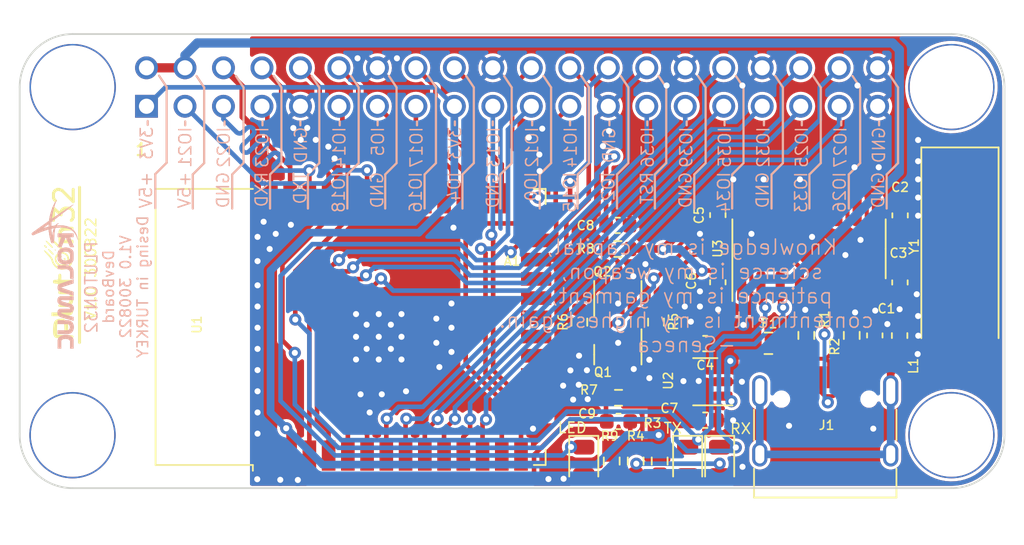
<source format=kicad_pcb>
(kicad_pcb (version 20211014) (generator pcbnew)
  (title_block (title "Pluton32") (date "2022-08-30") (rev "1.0") (company "KOLAMUC") (comment 1 "alperen.kolamu@gmail.com") (comment 2 "Alperen KOLAMUC"))
  (layers (0 "F.Cu" signal) (31 "B.Cu" signal) (34 "B.Paste" user) (35 "F.Paste" user) (36 "B.SilkS" user "B.Silkscreen") (37 "F.SilkS" user "F.Silkscreen") (38 "B.Mask" user) (39 "F.Mask" user) (44 "Edge.Cuts" user))
  (net 0 "")
  (net 1 "SDA")
  (net 2 "SCL")
  (net 3 "RXD")
  (net 4 "TXD")
  (net 5 "HSPI_MOSI")
  (net 6 "HSPI_MISO")
  (net 7 "HSPI_CLK")
  (net 8 "HSPI_CS")
  (net 9 "Net-(C1-Pad1)")
  (net 10 "Net-(C2-Pad1)")
  (net 11 "Net-(C3-Pad1)")
  (net 12 "VBUS")
  (net 13 "GPIO0")
  (net 20 "EN")
  (net 21 "Net-(D1-Pad2)")
  (net 23 "Net-(D2-Pad2)")
  (net 24 "Net-(J1-PadA5)")
  (net 25 "/D+")
  (net 26 "/D-")
  (net 27 "GND")
  (net 30 "Net-(J1-PadB5)")
  (net 31 "Net-(J1-PadS1)")
  (net 32 "Net-(Q1-Pad1)")
  (net 33 "Net-(Q2-Pad1)")
  (net 40 "3V3")
  (net 41 "GPIO23")
  (net 42 "GPIO36")
  (net 43 "GPIO39")
  (net 44 "GPIO34")
  (net 45 "GPIO35")
  (net 46 "GPIO32")
  (net 47 "GPIO33")
  (net 48 "GPIO25")
  (net 49 "GPIO26")
  (net 50 "GPIO27")
  (net 51 "GPIO2")
  (net 52 "GPIO4")
  (net 53 "GPIO16")
  (net 54 "GPIO17")
  (net 55 "GPIO5")
  (net 56 "GPIO18")
  (net 57 "GPIO19")
  (net 58 "Net-(D3-Pad2)")
  (net 59 "Net-(Q1-Pad2)")
  (net 60 "Net-(Q2-Pad2)")
  (footprint "Package_SO:SOIC-16_3.9x9.9mm_P1.27mm" (layer "F.Cu") (at 167.4 96.19 90)
    (fp_text reference "U3")
    (fp_text value "CH340G" hide)
  )
  (footprint "Capacitor_SMD:C_0603_1608Metric" (layer "F.Cu") (at 173.41 93.98 90)
    (fp_text reference "C2")
    (fp_text value "10pF" hide)
  )
  (footprint "Package_TO_SOT_SMD:SOT-23-5" (layer "F.Cu") (at 160.55 104.97 180)
    (fp_text reference "U2")
    (fp_text value "TLV73333PDBV" hide)
  )
  (footprint "Resistor_SMD:R_0603_1608Metric" (layer "F.Cu") (at 154.78 96.200572 180)
    (fp_text reference "R8")
    (fp_text value "10K" hide)
  )
  (footprint "Capacitor_SMD:C_0603_1608Metric" (layer "F.Cu") (at 171.74 101.91 90)
    (fp_text reference "C1")
    (fp_text value "1uF" hide)
  )
  (footprint "Crystal:Crystal_SMD_HC49-SD" (layer "F.Cu") (at 177.36 96.19 -90)
    (fp_text reference "Y1")
    (fp_text value "Crystal" hide)
  )
  (footprint "Package_TO_SOT_SMD:SOT-23" (layer "F.Cu") (at 154.78 103.18 -90)
    (fp_text reference "Q1")
    (fp_text value "MMBT3904" hide)
  )
  (footprint "Capacitor_SMD:C_0603_1608Metric" (layer "F.Cu") (at 160.55 102.45 180)
    (fp_text reference "C4")
    (fp_text value "1uF" hide)
  )
  (footprint "Resistor_SMD:R_0603_1608Metric" (layer "F.Cu") (at 152.24 101.03 90)
    (fp_text reference "R6")
    (fp_text value "10K" hide)
  )
  (footprint "Connector_USB:USB_C_Receptacle_HRO_TYPE-C-31-M-12" (layer "F.Cu") (at 168.47 108.72)
    (fp_text reference "J1")
    (fp_text value "USB_C_Receptacle_USB2.0" hide)
  )
  (footprint "RF_Module:ESP32-WROOM-32" (layer "F.Cu") (at 140.135 101.35 90)
    (fp_text reference "U1")
    (fp_text value "ESP32-WROOM-32D" hide)
  )
  (footprint "Package_TO_SOT_SMD:SOT-23" (layer "F.Cu") (at 154.78 98.96 90)
    (fp_text reference "Q2")
    (fp_text value "MMBT3904" hide)
  )
  (footprint "Resistor_SMD:R_0603_1608Metric" (layer "F.Cu") (at 157.541 110.21 90)
    (fp_text reference "R3")
    (fp_text value "1K" hide)
  )
  (footprint "Resistor_SMD:R_0603_1608Metric" (layer "F.Cu") (at 157.3 101.03 -90)
    (fp_text reference "R5")
    (fp_text value "10K" hide)
  )
  (footprint "Fuse:Fuse_0805_2012Metric" (layer "F.Cu") (at 164.72 102.43 180)
    (fp_text reference "F1")
    (fp_text value "6V/1.5A" hide)
  )
  (footprint "Inductor_SMD:L_0603_1608Metric" (layer "F.Cu") (at 173.38 101.92 90)
    (fp_text reference "L1")
    (fp_text value "220R" hide)
  )
  (footprint "Alperen:RP0-Board" (layer "F.Cu") (at 147.8 97.5)
    (fp_text reference "A1")
    (fp_text value "Raspberry Pi 0 W" hide)
    (fp_line (start -29 14.5) (end 29 14.5) (layer "Edge.Cuts") (width 0.12))
    (fp_line (start -32.5 -12) (end -32.5 10.9) (layer "Edge.Cuts") (width 0.12))
    (fp_line (start 29 -15.5) (end -29 -15.5) (layer "Edge.Cuts") (width 0.12))
    (fp_line (start 32.5 11) (end 32.5 -12) (layer "Edge.Cuts") (width 0.12))
    (fp_arc (start -29 14.5) (mid -31.510478 13.439354) (end -32.5 10.9) (layer "Edge.Cuts") (width 0.12))
    (fp_arc (start 32.5 11) (mid 31.474874 13.474874) (end 29 14.5) (layer "Edge.Cuts") (width 0.12))
    (fp_arc (start -32.5 -12) (mid -31.474874 -14.474874) (end -29 -15.5) (layer "Edge.Cuts") (width 0.12))
    (fp_arc (start 29 -15.5) (mid 31.474874 -14.474874) (end 32.5 -12) (layer "Edge.Cuts") (width 0.12))
  )
  (footprint "Capacitor_SMD:C_0603_1608Metric" (layer "F.Cu") (at 173.4 98.41 -90)
    (fp_text reference "C3")
    (fp_text value "10pF" hide)
  )
  (footprint "Resistor_SMD:R_0603_1608Metric" (layer "F.Cu") (at 155.959 110.21 90)
    (fp_text reference "R4")
    (fp_text value "1K" hide)
  )
  (footprint "Capacitor_SMD:C_0603_1608Metric" (layer "F.Cu") (at 160.55 107.51)
    (fp_text reference "C7")
    (fp_text value "1uF" hide)
  )
  (footprint "Resistor_SMD:R_0603_1608Metric" (layer "F.Cu") (at 170.22 101.91 -90)
    (fp_text reference "R2")
    (fp_text value "5.1K" hide)
  )
  (footprint "LED_SMD:LED_0805_2012Metric" (layer "F.Cu") (at 159.388 110.23 -90)
    (fp_text reference "D1" hide)
    (fp_text value "LED" hide)
  )
  (footprint "Capacitor_SMD:C_0603_1608Metric" (layer "F.Cu") (at 154.78 94.64)
    (fp_text reference "C8")
    (fp_text value "0.1uF" hide)
  )
  (footprint "LED_SMD:LED_0805_2012Metric" (layer "F.Cu") (at 161.5 110.23 -90)
    (fp_text reference "D2" hide)
    (fp_text value "LED" hide)
  )
  (footprint "Capacitor_SMD:C_0603_1608Metric" (layer "F.Cu") (at 154.825 107.590572 180)
    (fp_text reference "C9")
    (fp_text value "0.1uF" hide)
  )
  (footprint "Capacitor_SMD:C_0603_1608Metric" (layer "F.Cu") (at 161.38 98.4 90)
    (fp_text reference "C6")
    (fp_text value "1uF" hide)
  )
  (footprint "LED_SMD:LED_0805_2012Metric" (layer "F.Cu") (at 152.53 110.23 -90)
    (fp_text reference "D3" hide)
    (fp_text value "LED" hide)
  )
  (footprint "Resistor_SMD:R_0603_1608Metric" (layer "F.Cu") (at 167.22 101.91 -90)
    (fp_text reference "R1")
    (fp_text value "5.1K" hide)
  )
  (footprint "Alperen:pluton_logo" (layer "F.Cu") (at 118.25 98.375 90)
    (fp_text reference "G***" hide)
    (fp_text value "LOGO" hide)
  )
  (footprint "Resistor_SMD:R_0603_1608Metric" (layer "F.Cu") (at 154.825 106.03)
    (fp_text reference "R7")
    (fp_text value "10K" hide)
  )
  (footprint "Resistor_SMD:R_0603_1608Metric" (layer "F.Cu") (at 154.377 110.21 90)
    (fp_text reference "R9")
    (fp_text value "1K" hide)
  )
  (footprint "Capacitor_SMD:C_0603_1608Metric" (layer "F.Cu") (at 161.38 93.96 -90)
    (fp_text reference "C5")
    (fp_text value "10nF" hide)
  )
  (footprint "Alperen:KOLAMUC_LOGO" (layer "B.Cu") (at 119.25625 92.86625 -90)
    (fp_text reference "REF**" hide)
    (fp_text value "KOLAMUC_LOGO" hide)
  )
  (gr_line (start 169.525 87.775) (end 169.525 88.025) (layer "B.SilkS") (width 0.15))
  (gr_line (start 130.075 85.525) (end 130.075 90.525) (layer "B.SilkS") (width 0.15))
  (gr_line (start 142.775 85.525) (end 142.775 90.525) (layer "B.SilkS") (width 0.15))
  (gr_line (start 132.075 84.775) (end 132.575 85.525) (layer "B.SilkS") (width 0.15))
  (gr_line (start 127.475 85.525) (end 127.475 90.525) (layer "B.SilkS") (width 0.15))
  (gr_line (start 154.725 91.275) (end 154.725 93.525) (layer "B.SilkS") (width 0.15))
  (gr_line (start 155.475 85.525) (end 155.475 90.525) (layer "B.SilkS") (width 0.15))
  (gr_line (start 123.75 87.75) (end 123.75 88) (layer "B.SilkS") (width 0.15))
  (gr_line (start 157.975 85.525) (end 157.975 90.525) (layer "B.SilkS") (width 0.15))
  (gr_line (start 140.175 90.525) (end 139.425 91.275) (layer "B.SilkS") (width 0.15))
  (gr_line (start 163.075 90.525) (end 162.325 91.275) (layer "B.SilkS") (width 0.15))
  (gr_line (start 144.775 84.775) (end 145.275 85.525) (layer "B.SilkS") (width 0.15))
  (gr_line (start 132.575 85.525) (end 132.575 90.525) (layer "B.SilkS") (width 0.15))
  (gr_line (start 152.375 84.775) (end 152.875 85.525) (layer "B.SilkS") (width 0.15))
  (gr_line (start 168.175 90.525) (end 167.425 91.275) (layer "B.SilkS") (width 0.15))
  (gr_line (start 149.625 91.275) (end 149.625 93.525) (layer "B.SilkS") (width 0.15))
  (gr_line (start 136.425 87.775) (end 136.425 88.025) (layer "B.SilkS") (width 0.15))
  (gr_line (start 149.875 84.775) (end 150.375 85.525) (layer "B.SilkS") (width 0.15))
  (gr_line (start 170.275 84.775) (end 170.775 85.525) (layer "B.SilkS") (width 0.15))
  (gr_line (start 162.575 84.775) (end 163.075 85.525) (layer "B.SilkS") (width 0.15))
  (gr_line (start 150.375 90.525) (end 149.625 91.275) (layer "B.SilkS") (width 0.15))
  (gr_line (start 172.525 91.275) (end 172.525 93.525) (layer "B.SilkS") (width 0.15))
  (gr_line (start 135.075 85.525) (end 135.075 90.525) (layer "B.SilkS") (width 0.15))
  (gr_line (start 160.075 84.775) (end 160.575 85.525) (layer "B.SilkS") (width 0.15))
  (gr_line (start 139.675 84.775) (end 140.175 85.525) (layer "B.SilkS") (width 0.15))
  (gr_line (start 126.725 91.275) (end 126.725 93.525) (layer "B.SilkS") (width 0.15))
  (gr_line (start 159.825 91.275) (end 159.825 93.525) (layer "B.SilkS") (width 0.15))
  (gr_line (start 132.575 90.525) (end 131.825 91.275) (layer "B.SilkS") (width 0.15))
  (gr_line (start 128.825 87.775) (end 128.825 88.025) (layer "B.SilkS") (width 0.15))
  (gr_line (start 164.425 87.775) (end 164.425 88.025) (layer "B.SilkS") (width 0.15))
  (gr_line (start 125 85.5) (end 125 90.5) (layer "B.SilkS") (width 0.15))
  (gr_line (start 147.025 91.275) (end 147.025 93.525) (layer "B.SilkS") (width 0.15))
  (gr_line (start 170.775 85.525) (end 170.775 90.525) (layer "B.SilkS") (width 0.15))
  (gr_line (start 127.475 90.525) (end 126.725 91.275) (layer "B.SilkS") (width 0.15))
  (gr_line (start 137.675 90.525) (end 136.925 91.275) (layer "B.SilkS") (width 0.15))
  (gr_line (start 156.725 87.775) (end 156.725 88.025) (layer "B.SilkS") (width 0.15))
  (gr_line (start 126.975 84.775) (end 127.475 85.525) (layer "B.SilkS") (width 0.15))
  (gr_line (start 142.275 84.775) (end 142.775 85.525) (layer "B.SilkS") (width 0.15))
  (gr_line (start 170.025 91.275) (end 170.025 93.525) (layer "B.SilkS") (width 0.15))
  (gr_line (start 151.625 87.775) (end 151.625 88.025) (layer "B.SilkS") (width 0.15))
  (gr_line (start 163.075 85.525) (end 163.075 90.525) (layer "B.SilkS") (width 0.15))
  (gr_line (start 147.775 85.525) (end 147.775 90.525) (layer "B.SilkS") (width 0.15))
  (gr_line (start 161.825 87.775) (end 161.825 88.025) (layer "B.SilkS") (width 0.15))
  (gr_line (start 154.975 84.775) (end 155.475 85.525) (layer "B.SilkS") (width 0.15))
  (gr_line (start 168.175 85.525) (end 168.175 90.525) (layer "B.SilkS") (width 0.15))
  (gr_line (start 160.575 85.525) (end 160.575 90.525) (layer "B.SilkS") (width 0.15))
  (gr_line (start 142.775 90.525) (end 142.025 91.275) (layer "B.SilkS") (width 0.15))
  (gr_line (start 144.525 91.275) (end 144.525 93.525) (layer "B.SilkS") (width 0.15))
  (gr_line (start 162.325 91.275) (end 162.325 93.525) (layer "B.SilkS") (width 0.15))
  (gr_line (start 138.925 87.775) (end 138.925 88.025) (layer "B.SilkS") (width 0.15))
  (gr_line (start 152.125 91.275) (end 152.125 93.525) (layer "B.SilkS") (width 0.15))
  (gr_line (start 126.225 87.775) (end 126.225 88.025) (layer "B.SilkS") (width 0.15))
  (gr_line (start 130.075 90.525) (end 129.325 91.275) (layer "B.SilkS") (width 0.15))
  (gr_line (start 154.225 87.775) (end 154.225 88.025) (layer "B.SilkS") (width 0.15))
  (gr_line (start 165.175 84.775) (end 165.675 85.525) (layer "B.SilkS") (width 0.15))
  (gr_line (start 134.325 91.275) (end 134.325 93.525) (layer "B.SilkS") (width 0.15))
  (gr_line (start 149.125 87.775) (end 149.125 88.025) (layer "B.SilkS") (width 0.15))
  (gr_line (start 129.325 91.275) (end 129.325 93.525) (layer "B.SilkS") (width 0.15))
  (gr_line (start 166.925 87.775) (end 166.925 88.025) (layer "B.SilkS") (width 0.15))
  (gr_line (start 131.825 91.275) (end 131.825 93.525) (layer "B.SilkS") (width 0.15))
  (gr_line (start 164.925 91.275) (end 164.925 93.525) (layer "B.SilkS") (width 0.15))
  (gr_line (start 147.775 90.525) (end 147.025 91.275) (layer "B.SilkS") (width 0.15))
  (gr_line (start 141.525 87.775) (end 141.525 88.025) (layer "B.SilkS") (width 0.15))
  (gr_line (start 173.275 90.525) (end 172.525 91.275) (layer "B.SilkS") (width 0.15))
  (gr_line (start 160.575 90.525) (end 159.825 91.275) (layer "B.SilkS") (width 0.15))
  (gr_line (start 157.225 91.275) (end 157.225 93.525) (layer "B.SilkS") (width 0.15))
  (gr_line (start 133.825 87.775) (end 133.825 88.025) (layer "B.SilkS") (width 0.15))
  (gr_line (start 157.975 90.525) (end 157.225 91.275) (layer "B.SilkS") (width 0.15))
  (gr_line (start 147.275 84.775) (end 147.775 85.525) (layer "B.SilkS") (width 0.15))
  (gr_line (start 170.775 90.525) (end 170.025 91.275) (layer "B.SilkS") (width 0.15))
  (gr_line (start 167.425 91.275) (end 167.425 93.525) (layer "B.SilkS") (width 0.15))
  (gr_line (start 145.275 85.525) (end 145.275 90.525) (layer "B.SilkS") (width 0.15))
  (gr_line (start 145.275 90.525) (end 144.525 91.275) (layer "B.SilkS") (width 0.15))
  (gr_line (start 172.775 84.775) (end 173.275 85.525) (layer "B.SilkS") (width 0.15))
  (gr_line (start 165.675 90.525) (end 164.925 91.275) (layer "B.SilkS") (width 0.15))
  (gr_line (start 155.475 90.525) (end 154.725 91.275) (layer "B.SilkS") (width 0.15))
  (gr_line (start 150.375 85.525) (end 150.375 90.525) (layer "B.SilkS") (width 0.15))
  (gr_line (start 137.675 85.525) (end 137.675 90.525) (layer "B.SilkS") (width 0.15))
  (gr_line (start 137.175 84.775) (end 137.675 85.525) (layer "B.SilkS") (width 0.15))
  (gr_line (start 167.675 84.775) (end 168.175 85.525) (layer "B.SilkS") (width 0.15))
  (gr_line (start 146.525 87.775) (end 146.525 88.025) (layer "B.SilkS") (width 0.15))
  (gr_line (start 124.25 91.25) (end 124.25 93.5) (layer "B.SilkS") (width 0.15))
  (gr_line (start 172.025 87.775) (end 172.025 88.025) (layer "B.SilkS") (width 0.15))
  (gr_line (start 152.875 85.525) (end 152.875 90.525) (layer "B.SilkS") (width 0.15))
  (gr_line (start 125 90.5) (end 124.25 91.25) (layer "B.SilkS") (width 0.15))
  (gr_line (start 135.075 90.525) (end 134.325 91.275) (layer "B.SilkS") (width 0.15))
  (gr_line (start 159.325 87.775) (end 159.325 88.025) (layer "B.SilkS") (width 0.15))
  (gr_line (start 157.475 84.775) (end 157.975 85.525) (layer "B.SilkS") (width 0.15))
  (gr_line (start 173.275 85.525) (end 173.275 90.525) (layer "B.SilkS") (width 0.15))
  (gr_line (start 165.675 85.525) (end 165.675 90.525) (layer "B.SilkS") (width 0.15))
  (gr_line (start 139.425 91.275) (end 139.425 93.525) (layer "B.SilkS") (width 0.15))
  (gr_line (start 140.175 85.525) (end 140.175 90.525) (layer "B.SilkS") (width 0.15))
  (gr_line (start 142.025 91.275) (end 142.025 93.525) (layer "B.SilkS") (width 0.15))
  (gr_line (start 144.025 87.775) (end 144.025 88.025) (layer "B.SilkS") (width 0.15))
  (gr_line (start 131.325 87.775) (end 131.325 88.025) (layer "B.SilkS") (width 0.15))
  (gr_line (start 129.575 84.775) (end 130.075 85.525) (layer "B.SilkS") (width 0.15))
  (gr_line (start 134.575 84.775) (end 135.075 85.525) (layer "B.SilkS") (width 0.15))
  (gr_line (start 124.5 84.75) (end 125 85.5) (layer "B.SilkS") (width 0.15))
  (gr_line (start 136.925 91.275) (end 136.925 93.525) (layer "B.SilkS") (width 0.15))
  (gr_line (start 152.875 90.525) (end 152.125 91.275) (layer "B.SilkS") (width 0.15))
  (gr_line (start 119.25 102.375) (end 119.25 92.125) (layer "F.SilkS") (width 0.2))
  (gr_text "3V3\n\nIO21\n\nIO22\n\nIO23\n\nGND\n\nIO14\n\nIO5\n\nIO17\n\n3V3\n\nIO13\n\nIO12\n\nIO14\n\nGND\n\nIO36\n\nIO39\n\nIO35\n\nIO32\n\nIO25\n\nIO27\n\nGND" (at 147.85 88.06 90) (layer "B.SilkS") (effects (font (size 0.79 0.79) (thickness 0.1)) (justify left mirror)))
  (gr_text "DevBoard\nV1.0 300822\nDesing in TURKEY" (at 122.29625 98.69625 90) (layer "B.SilkS") (effects (font (size 0.7 0.7) (thickness 0.1)) (justify mirror)))
  (gr_text "Knowledge is my capital, \nscience is my weapon, \npatience is my garment, \ncontentment is my highest gain.\n-Seneca" (at 159.3 99.3) (layer "B.SilkS") (effects (font (size 1 1) (thickness 0.1)) (justify mirror)))
  (gr_text "PLUTON32 " (at 120.02625 99.03625 90) (layer "B.SilkS") (effects (font (size 0.8 0.8) (thickness 0.1)) (justify mirror)))
  (gr_text "+5V\n\n+5V\n\nGND\n\nRXD\n\nTXD\n\nIO18\n\nGND\n\nIO16\n\nIO4\n\nGND\n\nIO0\n\nIO15\n\nIO2\n\nRST\n\nGND\n\nIO34\n\nGND\n\nIO33\n\nIO26\n\nGND\n" (at 147.8 91.04 90) (layer "B.SilkS") (effects (font (size 0.79 0.79) (thickness 0.1)) (justify left mirror)))
  (gr_text "RX" (at 162.88 108.07) (layer "F.SilkS") (effects (font (size 0.7 0.7) (thickness 0.1))))
  (gr_text "LED" (at 151.77 108.01) (layer "F.SilkS") (effects (font (size 0.7 0.7) (thickness 0.1))))
  (gr_text "TX" (at 158.41 108.04) (layer "F.SilkS") (effects (font (size 0.7 0.7) (thickness 0.1))))
  (gr_text "32" (at 118.24 93.255 90) (layer "F.SilkS") (effects (font (size 1.3 1.3) (thickness 0.2))))
  (gr_text "V1.0 300822" (at 120 97.5 90) (layer "F.SilkS") (effects (font (size 0.7 0.7) (thickness 0.1))))
  (segment (start 138.23 92.85) (end 138.23 91) (width 0.3048) (layer "F.Cu") (net 1))
  (via (at 138.23 91) (size 0.8) (drill 0.4) (layers "F.Cu" "B.Cu") (net 1))
  (segment (start 131.31 91.87) (end 126.21 86.77) (width 0.3048) (layer "B.Cu") (net 1))
  (segment (start 138.23 91) (end 136.28 91) (width 0.3048) (layer "B.Cu") (net 1))
  (segment (start 135.41 91.87) (end 131.31 91.87) (width 0.3048) (layer "B.Cu") (net 1))
  (segment (start 136.28 91) (end 135.41 91.87) (width 0.3048) (layer "B.Cu") (net 1))
  (segment (start 134.42 92.85) (end 134.42 91.01) (width 0.3048) (layer "F.Cu") (net 2))
  (segment (start 134.42 91.01) (end 134.41 91) (width 0.3048) (layer "F.Cu") (net 2))
  (via (at 134.41 91) (size 0.8) (drill 0.4) (layers "F.Cu" "B.Cu") (net 2))
  (segment (start 134.41 91) (end 134.39 91.02) (width 0.3048) (layer "B.Cu") (net 2))
  (segment (start 129.604404 88.474405) (end 128.75 87.62) (width 0.3048) (layer "B.Cu") (net 2))
  (segment (start 130.885745 90.592887) (end 130.880051 90.587193) (width 0.3048) (layer "B.Cu") (net 2))
  (segment (start 130.88005 90.168621) (end 131.089335 89.959335) (width 0.3048) (layer "B.Cu") (net 2))
  (segment (start 130.270463 88.23261) (end 130.270463 88.232611) (width 0.3048) (layer "B.Cu") (net 2))
  (segment (start 132.15 90.595735) (end 132.391794 90.35394) (width 0.3048) (layer "B.Cu") (net 2))
  (segment (start 131.967529 89.929675) (end 131.967529 89.929676) (width 0.3048) (layer "B.Cu") (net 2))
  (segment (start 130.665069 89.535069) (end 130.455782 89.744353) (width 0.3048) (layer "B.Cu") (net 2))
  (segment (start 130.240802 89.110802) (end 130.694728 88.656875) (width 0.3048) (layer "B.Cu") (net 2))
  (segment (start 130.880051 90.168623) (end 130.88005 90.168621) (width 0.3048) (layer "B.Cu") (net 2))
  (segment (start 130.037211 89.744354) (end 130.037212 89.744354) (width 0.3048) (layer "B.Cu") (net 2))
  (segment (start 130.037212 89.744354) (end 130.031518 89.73866) (width 0.3048) (layer "B.Cu") (net 2))
  (segment (start 131.089335 89.959335) (end 131.543261 89.505408) (width 0.3048) (layer "B.Cu") (net 2))
  (segment (start 131.118996 89.081143) (end 131.118996 89.081144) (width 0.3048) (layer "B.Cu") (net 2))
  (segment (start 128.75 87.62) (end 128.75 86.77) (width 0.3048) (layer "B.Cu") (net 2))
  (segment (start 130.031518 89.32009) (end 130.031517 89.320088) (width 0.3048) (layer "B.Cu") (net 2))
  (segment (start 131.967529 89.929676) (end 131.304315 90.592886) (width 0.3048) (layer "B.Cu") (net 2))
  (segment (start 134.39 91.02) (end 132.15 91.02) (width 0.3048) (layer "B.Cu") (net 2))
  (segment (start 130.270463 88.232611) (end 130.028668 88.474405) (width 0.3048) (layer "B.Cu") (net 2))
  (segment (start 132.149999 90.595735) (end 132.15 90.595735) (width 0.3048) (layer "B.Cu") (net 2))
  (segment (start 131.118996 89.081144) (end 130.665069 89.535069) (width 0.3048) (layer "B.Cu") (net 2))
  (segment (start 130.885744 90.592887) (end 130.885745 90.592887) (width 0.3048) (layer "B.Cu") (net 2))
  (segment (start 130.031517 89.320088) (end 130.240802 89.110802) (width 0.3048) (layer "B.Cu") (net 2))
  (arc (start 131.304315 90.592886) (mid 131.09503 90.679575) (end 130.885744 90.592887) (width 0.3048) (layer "B.Cu") (net 2))
  (arc (start 132.391794 89.929676) (mid 132.179662 89.841807) (end 131.967529 89.929675) (width 0.3048) (layer "B.Cu") (net 2))
  (arc (start 132.15 91.02) (mid 132.062131 90.807868) (end 132.149999 90.595735) (width 0.3048) (layer "B.Cu") (net 2))
  (arc (start 130.694728 88.656875) (mid 130.782596 88.444743) (end 130.694728 88.232611) (width 0.3048) (layer "B.Cu") (net 2))
  (arc (start 130.028668 88.474405) (mid 129.816536 88.562273) (end 129.604404 88.474405) (width 0.3048) (layer "B.Cu") (net 2))
  (arc (start 130.455782 89.744353) (mid 130.246497 89.831042) (end 130.037211 89.744354) (width 0.3048) (layer "B.Cu") (net 2))
  (arc (start 131.543261 89.505408) (mid 131.631129 89.293276) (end 131.543261 89.081144) (width 0.3048) (layer "B.Cu") (net 2))
  (arc (start 130.880051 90.587193) (mid 130.793362 90.377908) (end 130.880051 90.168623) (width 0.3048) (layer "B.Cu") (net 2))
  (arc (start 132.391794 90.35394) (mid 132.479662 90.141808) (end 132.391794 89.929676) (width 0.3048) (layer "B.Cu") (net 2))
  (arc (start 130.694728 88.232611) (mid 130.482596 88.144742) (end 130.270463 88.23261) (width 0.3048) (layer "B.Cu") (net 2))
  (arc (start 130.031518 89.73866) (mid 129.944829 89.529375) (end 130.031518 89.32009) (width 0.3048) (layer "B.Cu") (net 2))
  (arc (start 131.543261 89.081144) (mid 131.331129 88.993275) (end 131.118996 89.081143) (width 0.3048) (layer "B.Cu") (net 2))
  (segment (start 135.69 91.216636) (end 134.273364 89.8) (width 0.3048) (layer "F.Cu") (net 3))
  (segment (start 162.57 109.31) (end 161.5175 109.31) (width 0.3048) (layer "F.Cu") (net 3))
  (segment (start 135.69 92.85) (end 135.69 94.16) (width 0.3048) (layer "F.Cu") (net 3))
  (segment (start 132.56 88.96) (end 132.56 85.5) (width 0.3048) (layer "F.Cu") (net 3))
  (segment (start 165.495 99.875) (end 165.69 100.07) (width 0.3048) (layer "F.Cu") (net 3))
  (segment (start 135.69 92.85) (end 135.69 91.216636) (width 0.3048) (layer "F.Cu") (net 3))
  (segment (start 132.56 85.5) (end 131.29 84.23) (width 0.3048) (layer "F.Cu") (net 3))
  (segment (start 133.4 89.8) (end 132.56 88.96) (width 0.3048) (layer "F.Cu") (net 3))
  (segment (start 165.495 98.665) (end 165.495 99.875) (width 0.3048) (layer "F.Cu") (net 3))
  (segment (start 134.273364 89.8) (end 133.4 89.8) (width 0.3048) (layer "F.Cu") (net 3))
  (segment (start 132.64 102.24) (end 133.46 103.06) (width 0.3048) (layer "F.Cu") (net 3))
  (segment (start 135.69 94.16) (end 132.64 97.21) (width 0.3048) (layer "F.Cu") (net 3))
  (segment (start 132.64 97.21) (end 132.64 102.24) (width 0.3048) (layer "F.Cu") (net 3))
  (segment (start 161.5175 109.31) (end 161.5 109.2925) (width 0.3048) (layer "F.Cu") (net 3))
  (via (at 162.57 109.31) (size 0.8) (drill 0.4) (layers "F.Cu" "B.Cu") (net 3))
  (via (at 165.69 100.07) (size 0.8) (drill 0.4) (layers "F.Cu" "B.Cu") (net 3))
  (via (at 133.46 103.06) (size 0.8) (drill 0.4) (layers "F.Cu" "B.Cu") (net 3))
  (segment (start 157.82 107.45) (end 158.64 108.27) (width 0.3048) (layer "B.Cu") (net 3))
  (segment (start 161.45 103.03) (end 161.45 108.19) (width 0.3048) (layer "B.Cu") (net 3))
  (segment (start 133.46 106.466784) (end 136.327536 109.33432) (width 0.3048) (layer "B.Cu") (net 3))
  (segment (start 136.327536 109.33432) (end 149.74568 109.33432) (width 0.3048) (layer "B.Cu") (net 3))
  (segment (start 159.341911 109.541911) (end 162.338089 109.541911) (width 0.3048) (layer "B.Cu") (net 3))
  (segment (start 149.74568 109.33432) (end 151.63 107.45) (width 0.3048) (layer "B.Cu") (net 3))
  (segment (start 162.338089 109.541911) (end 162.57 109.31) (width 0.3048) (layer "B.Cu") (net 3))
  (segment (start 158.64 108.27) (end 158.64 108.84) (width 0.3048) (layer "B.Cu") (net 3))
  (segment (start 158.64 108.84) (end 159.341911 109.541911) (width 0.3048) (layer "B.Cu") (net 3))
  (segment (start 165.69 100.6) (end 163.81 102.48) (width 0.3048) (layer "B.Cu") (net 3))
  (segment (start 161.45 108.19) (end 162.57 109.31) (width 0.3048) (layer "B.Cu") (net 3))
  (segment (start 165.69 100.07) (end 165.69 100.6) (width 0.3048) (layer "B.Cu") (net 3))
  (segment (start 151.63 107.45) (end 157.82 107.45) (width 0.3048) (layer "B.Cu") (net 3))
  (segment (start 133.46 103.06) (end 133.46 106.466784) (width 0.3048) (layer "B.Cu") (net 3))
  (segment (start 163.81 102.48) (end 162 102.48) (width 0.3048) (layer "B.Cu") (net 3))
  (segment (start 162 102.48) (end 161.45 103.03) (width 0.3048) (layer "B.Cu") (net 3))
  (segment (start 136.62 94.54) (end 133.49 97.67) (width 0.3048) (layer "F.Cu") (net 4))
  (segment (start 136.96 89.23) (end 136.96 92.85) (width 0.3048) (layer "F.Cu") (net 4))
  (segment (start 135.1 85.5) (end 135.1 87.37) (width 0.3048) (layer "F.Cu") (net 4))
  (segment (start 159.8905 108.79) (end 159.388 109.2925) (width 0.3048) (layer "F.Cu") (net 4))
  (segment (start 133.83 84.23) (end 135.1 85.5) (width 0.3048) (layer "F.Cu") (net 4))
  (segment (start 135.1 87.37) (end 136.96 89.23) (width 0.3048) (layer "F.Cu") (net 4))
  (segment (start 136.96 92.85) (end 136.96 94.2) (width 0.3048) (layer "F.Cu") (net 4))
  (segment (start 136.96 94.2) (end 136.62 94.54) (width 0.3048) (layer "F.Cu") (net 4))
  (segment (start 164.225 98.665) (end 164.225 99.785) (width 0.3048) (layer "F.Cu") (net 4))
  (segment (start 133.49 97.67) (end 133.49 100.86) (width 0.3048) (layer "F.Cu") (net 4))
  (segment (start 164.225 99.785) (end 164.51 100.07) (width 0.3048) (layer "F.Cu") (net 4))
  (segment (start 160.09 108.79) (end 159.8905 108.79) (width 0.3048) (layer "F.Cu") (net 4))
  (via (at 133.49 100.86) (size 0.8) (drill 0.4) (layers "F.Cu" "B.Cu") (net 4))
  (via (at 160.09 108.79) (size 0.8) (drill 0.4) (layers "F.Cu" "B.Cu") (net 4))
  (via (at 164.51 100.07) (size 0.8) (drill 0.4) (layers "F.Cu" "B.Cu") (net 4))
  (segment (start 151.421104 106.94568) (end 158.24568 106.94568) (width 0.3048) (layer "B.Cu") (net 4))
  (segment (start 149.536784 108.83) (end 151.421104 106.94568) (width 0.3048) (layer "B.Cu") (net 4))
  (segment (start 134.42 106.713568) (end 136.536432 108.83) (width 0.3048) (layer "B.Cu") (net 4))
  (segment (start 160.94568 102.821104) (end 160.94568 104.33) (width 0.3048) (layer "B.Cu") (net 4))
  (segment (start 164.51 100.07) (end 164.51 101.066784) (width 0.3048) (layer "B.Cu") (net 4))
  (segment (start 163.608392 101.968392) (end 161.798392 101.968392) (width 0.3048) (layer "B.Cu") (net 4))
  (segment (start 133.49 100.86) (end 134.42 101.79) (width 0.3048) (layer "B.Cu") (net 4))
  (segment (start 164.51 101.066784) (end 163.608392 101.968392) (width 0.3048) (layer "B.Cu") (net 4))
  (segment (start 160.94568 104.33) (end 160.94568 107.93432) (width 0.3048) (layer "B.Cu") (net 4))
  (segment (start 136.536432 108.83) (end 149.536784 108.83) (width 0.3048) (layer "B.Cu") (net 4))
  (segment (start 161.798392 101.968392) (end 160.94568 102.821104) (width 0.3048) (layer "B.Cu") (net 4))
  (segment (start 160.94568 107.93432) (end 160.09 108.79) (width 0.3048) (layer "B.Cu") (net 4))
  (segment (start 158.24568 106.94568) (end 160.09 108.79) (width 0.3048) (layer "B.Cu") (net 4))
  (segment (start 134.42 101.79) (end 134.42 106.713568) (width 0.3048) (layer "B.Cu") (net 4))
  (segment (start 146.55 104.22) (end 148.125 105.795) (width 0.3048) (layer "F.Cu") (net 5))
  (segment (start 148.125 105.795) (end 149.39 105.795) (width 0.3048) (layer "F.Cu") (net 5))
  (segment (start 146.55 95.380048) (end 146.55 104.22) (width 0.3048) (layer "F.Cu") (net 5))
  (segment (start 146.431852 95.2619) (end 146.55 95.380048) (width 0.3048) (layer "F.Cu") (net 5))
  (via (at 146.431852 95.2619) (size 0.8) (drill 0.4) (layers "F.Cu" "B.Cu") (net 5))
  (segment (start 146.431852 95.2619) (end 146.53 95.163752) (width 0.3048) (layer "B.Cu") (net 5))
  (segment (start 146.53 95.163752) (end 146.53 86.77) (width 0.3048) (layer "B.Cu") (net 5))
  (segment (start 146.04568 96.47568) (end 146.04568 104.428896) (width 0.3048) (layer "F.Cu") (net 6))
  (segment (start 147.36 107.069411) (end 148.39 108.099411) (width 0.3048) (layer "F.Cu") (net 6))
  (segment (start 145.75 96.18) (end 146.04568 96.47568) (width 0.3048) (layer "F.Cu") (net 6))
  (segment (start 147.36 105.743216) (end 147.36 107.069411) (width 0.3048) (layer "F.Cu") (net 6))
  (segment (start 148.39 108.099411) (end 148.39 109.85) (width 0.3048) (layer "F.Cu") (net 6))
  (segment (start 146.04568 104.428896) (end 147.36 105.743216) (width 0.3048) (layer "F.Cu") (net 6))
  (via (at 145.75 96.18) (size 0.8) (drill 0.4) (layers "F.Cu" "B.Cu") (net 6))
  (segment (start 145.75 96.18) (end 146.577116 96.18) (width 0.3048) (layer "B.Cu") (net 6))
  (segment (start 147.53 88.31) (end 149.07 86.77) (width 0.3048) (layer "B.Cu") (net 6))
  (segment (start 147.53 95.227116) (end 147.53 88.31) (width 0.3048) (layer "B.Cu") (net 6))
  (segment (start 146.577116 96.18) (end 147.53 95.227116) (width 0.3048) (layer "B.Cu") (net 6))
  (segment (start 150.68 93.55) (end 150.68 87.7) (width 0.3048) (layer "F.Cu") (net 7))
  (segment (start 144.738089 103.834521) (end 144.738089 95.561911) (width 0.3048) (layer "F.Cu") (net 7))
  (segment (start 145.79 94.51) (end 149.72 94.51) (width 0.3048) (layer "F.Cu") (net 7))
  (segment (start 147.12 109.85) (end 147.12 107.662038) (width 0.3048) (layer "F.Cu") (net 7))
  (segment (start 146.85568 107.397718) (end 146.85568 105.952112) (width 0.3048) (layer "F.Cu") (net 7))
  (segment (start 150.68 87.7) (end 151.61 86.77) (width 0.3048) (layer "F.Cu") (net 7))
  (segment (start 147.12 107.662038) (end 146.85568 107.397718) (width 0.3048) (layer "F.Cu") (net 7))
  (segment (start 144.738089 95.561911) (end 145.79 94.51) (width 0.3048) (layer "F.Cu") (net 7))
  (segment (start 149.72 94.51) (end 150.68 93.55) (width 0.3048) (layer "F.Cu") (net 7))
  (segment (start 146.85568 105.952112) (end 144.738089 103.834521) (width 0.3048) (layer "F.Cu") (net 7))
  (segment (start 151.38 96.15) (end 151.38 94.38) (width 0.3048) (layer "F.Cu") (net 8))
  (segment (start 152.86 92.9) (end 152.86 85.48) (width 0.3048) (layer "F.Cu") (net 8))
  (segment (start 152.86 85.48) (end 151.61 84.23) (width 0.3048) (layer "F.Cu") (net 8))
  (segment (start 149.39 96.905) (end 150.625 96.905) (width 0.3048) (layer "F.Cu") (net 8))
  (segment (start 151.38 94.38) (end 152.86 92.9) (width 0.3048) (layer "F.Cu") (net 8))
  (segment (start 150.625 96.905) (end 151.38 96.15) (width 0.3048) (layer "F.Cu") (net 8))
  (segment (start 166.02 103.5) (end 165.6575 103.1375) (width 0.508) (layer "F.Cu") (net 9))
  (segment (start 170.92 104.675) (end 170.92 105.46) (width 0.4064) (layer "F.Cu") (net 9))
  (segment (start 167.919865 107.36) (end 168.28 107.36) (width 0.4064) (layer "F.Cu") (net 9))
  (segment (start 171.74 102.76) (end 171.74 102.685) (width 0.508) (layer "F.Cu") (net 9))
  (segment (start 166.02 103.5) (end 166.02 104.675) (width 0.508) (layer "F.Cu") (net 9))
  (segment (start 170.92 103.58) (end 171.74 102.76) (width 0.508) (layer "F.Cu") (net 9))
  (segment (start 166.02 105.460135) (end 167.919865 107.36) (width 0.4064) (layer "F.Cu") (net 9))
  (segment (start 165.6575 103.1375) (end 165.6575 102.43) (width 0.508) (layer "F.Cu") (net 9))
  (segment (start 170.92 103.58) (end 170.92 104.675) (width 0.508) (layer "F.Cu") (net 9))
  (segment (start 169.02 107.36) (end 168.28 107.36) (width 0.4064) (layer "F.Cu") (net 9))
  (segment (start 166.02 104.675) (end 166.02 105.460135) (width 0.4064) (layer "F.Cu") (net 9))
  (segment (start 170.92 105.46) (end 169.02 107.36) (width 0.4064) (layer "F.Cu") (net 9))
  (segment (start 170.575 98.665) (end 170.575 97.555) (width 0.3048) (layer "F.Cu") (net 10))
  (segment (start 175.905 94.755) (end 177.36 93.3) (width 0.3048) (layer "F.Cu") (net 10))
  (segment (start 173.375 94.755) (end 173.41 94.755) (width 0.3048) (layer "F.Cu") (net 10))
  (segment (start 170.575 97.555) (end 173.375 94.755) (width 0.3048) (layer "F.Cu") (net 10))
  (segment (start 177.36 93.3) (end 177.36 91.94) (width 0.3048) (layer "F.Cu") (net 10))
  (segment (start 173.41 94.755) (end 175.905 94.755) (width 0.3048) (layer "F.Cu") (net 10))
  (segment (start 172.225 97.635) (end 173.4 97.635) (width 0.3048) (layer "F.Cu") (net 11))
  (segment (start 175.875 97.635) (end 177.36 99.12) (width 0.3048) (layer "F.Cu") (net 11))
  (segment (start 177.36 99.12) (end 177.36 100.44) (width 0.3048) (layer "F.Cu") (net 11))
  (segment (start 173.4 97.635) (end 175.875 97.635) (width 0.3048) (layer "F.Cu") (net 11))
  (segment (start 171.845 98.015) (end 172.225 97.635) (width 0.3048) (layer "F.Cu") (net 11))
  (segment (start 171.845 98.665) (end 171.845 98.015) (width 0.3048) (layer "F.Cu") (net 11))
  (segment (start 161.94 105.92) (end 161.6875 105.92) (width 0.3048) (layer "F.Cu") (net 12))
  (segment (start 123.67 84.23) (end 126.21 84.23) (width 0.6096) (layer "F.Cu") (net 12))
  (segment (start 161.6875 104.02) (end 161.780464 104.02) (width 0.4064) (layer "F.Cu") (net 12))
  (segment (start 163.06 101.7075) (end 163.7825 102.43) (width 0.6096) (layer "F.Cu") (net 12))
  (segment (start 161.780464 104.02) (end 162.2019 103.598564) (width 0.4064) (layer "F.Cu") (net 12))
  (segment (start 162.28 106.26) (end 161.94 105.92) (width 0.3048) (layer "F.Cu") (net 12))
  (segment (start 163.06 101.216492) (end 163.06 101.7075) (width 0.6096) (layer "F.Cu") (net 12))
  (via (at 163.06 101.216492) (size 0.8) (drill 0.4) (layers "F.Cu" "B.Cu") (net 12))
  (via (at 162.2019 103.598564) (size 0.8) (drill 0.4) (layers "F.Cu" "B.Cu") (net 12))
  (via (at 162.28 106.26) (size 0.8) (drill 0.4) (layers "F.Cu" "B.Cu") (net 12))
  (segment (start 173.36 87.57) (end 173.36 91.11) (width 0.6096) (layer "B.Cu") (net 12))
  (segment (start 126.89 82.72) (end 127.02 82.59) (width 0.6096) (layer "B.Cu") (net 12))
  (segment (start 173.36 91.11) (end 168.86 95.61) (width 0.6096) (layer "B.Cu") (net 12))
  (segment (start 172.91 82.59) (end 173.33 83.01) (width 0.6096) (layer "B.Cu") (net 12))
  (segment (start 162.00512 105.98512) (end 162.28 106.26) (width 0.4064) (layer "B.Cu") (net 12))
  (segment (start 163.06 99.2) (end 163.06 101.216492) (width 0.6096) (layer "B.Cu") (net 12))
  (segment (start 133.76 82.59) (end 172.91 82.59) (width 0.6096) (layer "B.Cu") (net 12))
  (segment (start 162.2019 103.598564) (end 162.00512 103.795344) (width 0.4064) (layer "B.Cu") (net 12))
  (segment (start 127.02 82.59) (end 133.76 82.59) (width 0.6096) (layer "B.Cu") (net 12))
  (segment (start 162.00512 103.795344) (end 162.00512 105.98512) (width 0.4064) (layer "B.Cu") (net 12))
  (segment (start 168.86 95.61) (end 166.28 98.19) (width 0.6096) (layer "B.Cu") (net 12))
  (segment (start 166.28 98.19) (end 165.74 98.19) (width 0.6096) (layer "B.Cu") (net 12))
  (segment (start 165.74 98.19) (end 164.07 98.19) (width 0.6096) (layer "B.Cu") (net 12))
  (segment (start 173.36 83.04) (end 173.36 87.57) (width 0.6096) (layer "B.Cu") (net 12))
  (segment (start 173.33 83.01) (end 173.36 83.04) (width 0.6096) (layer "B.Cu") (net 12))
  (segment (start 163.34 98.92) (end 163.06 99.2) (width 0.6096) (layer "B.Cu") (net 12))
  (segment (start 126.21 84.23) (end 126.21 83.4) (width 0.6096) (layer "B.Cu") (net 12))
  (segment (start 126.21 83.4) (end 126.89 82.72) (width 0.6096) (layer "B.Cu") (net 12))
  (segment (start 164.07 98.19) (end 163.34 98.92) (width 0.6096) (layer "B.Cu") (net 12))
  (segment (start 154.78 97.025572) (end 153.955 96.200572) (width 0.3048) (layer "F.Cu") (net 13))
  (segment (start 154.78 98.0225) (end 154.78 97.025572) (width 0.3048) (layer "F.Cu") (net 13))
  (segment (start 154.005 90.621652) (end 154.005 94.64) (width 0.3048) (layer "F.Cu") (net 13))
  (segment (start 147.8 85.5) (end 147.8 89.45) (width 0.3048) (layer "F.Cu") (net 13))
  (segment (start 154.005 94.64) (end 154.005 96.150572) (width 0.3048) (layer "F.Cu") (net 13))
  (segment (start 154.543326 90.083326) (end 154.005 90.621652) (width 0.3048) (layer "F.Cu") (net 13))
  (segment (start 149.52 92.81) (end 148.43 92.81) (width 0.3048) (layer "F.Cu") (net 13))
  (segment (start 149.07 84.23) (end 147.8 85.5) (width 0.3048) (layer "F.Cu") (net 13))
  (segment (start 148.43 92.81) (end 148.39 92.85) (width 0.3048) (layer "F.Cu") (net 13))
  (segment (start 148.39 90.04) (end 148.39 92.85) (width 0.3048) (layer "F.Cu") (net 13))
  (segment (start 147.8 89.45) (end 148.39 90.04) (width 0.3048) (layer "F.Cu") (net 13))
  (segment (start 154.005 96.150572) (end 153.955 96.200572) (width 0.3048) (layer "F.Cu") (net 13))
  (via (at 149.52 92.81) (size 0.8) (drill 0.4) (layers "F.Cu" "B.Cu") (net 13))
  (via (at 154.543326 90.083326) (size 0.8) (drill 0.4) (layers "F.Cu" "B.Cu") (net 13))
  (segment (start 153.40432 91.222332) (end 153.40432 91.572464) (width 0.3048) (layer "B.Cu") (net 13))
  (segment (start 154.543326 90.083326) (end 153.40432 91.222332) (width 0.3048) (layer "B.Cu") (net 13))
  (segment (start 153.40432 91.572464) (end 152.216784 92.76) (width 0.3048) (layer "B.Cu") (net 13))
  (segment (start 152.216784 92.76) (end 149.57 92.76) (width 0.3048) (layer "B.Cu") (net 13))
  (segment (start 149.57 92.76) (end 149.52 92.81) (width 0.3048) (layer "B.Cu") (net 13))
  (segment (start 149.25 109.8) (end 149.25 111.07) (width 0.3048) (layer "F.Cu") (net 20))
  (segment (start 134.71 111.56) (end 134.42 111.27) (width 0.3048) (layer "F.Cu") (net 20))
  (segment (start 154.78 104.86) (end 154 105.64) (width 0.3048) (layer "F.Cu") (net 20))
  (segment (start 154.05 107.590572) (end 151.459428 107.590572) (width 0.3048) (layer "F.Cu") (net 20))
  (segment (start 154 106.03) (end 154 107.540572) (width 0.3048) (layer "F.Cu") (net 20))
  (segment (start 151.459428 107.590572) (end 149.25 109.8) (width 0.3048) (layer "F.Cu") (net 20))
  (segment (start 154.78 104.1175) (end 154.78 104.86) (width 0.3048) (layer "F.Cu") (net 20))
  (segment (start 154 107.540572) (end 154.05 107.590572) (width 0.3048) (layer "F.Cu") (net 20))
  (segment (start 149.25 111.07) (end 148.76 111.56) (width 0.3048) (layer "F.Cu") (net 20))
  (segment (start 134.42 111.27) (end 134.42 109.85) (width 0.3048) (layer "F.Cu") (net 20))
  (segment (start 136.043312 97.17704) (end 134.42 98.800352) (width 0.3048) (layer "F.Cu") (net 20))
  (segment (start 136.13376 97.17704) (end 136.043312 97.17704) (width 0.3048) (layer "F.Cu") (net 20))
  (segment (start 148.76 111.56) (end 134.71 111.56) (width 0.3048) (layer "F.Cu") (net 20))
  (segment (start 154 105.64) (end 154 106.03) (width 0.3048) (layer "F.Cu") (net 20))
  (segment (start 136.38134 96.92946) (end 136.13376 97.17704) (width 0.3048) (layer "F.Cu") (net 20))
  (segment (start 134.42 98.800352) (end 134.42 109.85) (width 0.3048) (layer "F.Cu") (net 20))
  (via (at 136.38134 96.92946) (size 0.8) (drill 0.4) (layers "F.Cu" "B.Cu") (net 20))
  (segment (start 155.45 90.24) (end 155.45 85.47) (width 0.3048) (layer "B.Cu") (net 20))
  (segment (start 148.253769 97.436231) (end 155.45 90.24) (width 0.3048) (layer "B.Cu") (net 20))
  (segment (start 155.45 85.47) (end 156.69 84.23) (width 0.3048) (layer "B.Cu") (net 20))
  (segment (start 144.17774 96.38432) (end 145.229651 97.436231) (width 0.3048) (layer "B.Cu") (net 20))
  (segment (start 136.38134 96.92946) (end 136.92648 96.38432) (width 0.3048) (layer "B.Cu") (net 20))
  (segment (start 136.92648 96.38432) (end 144.17774 96.38432) (width 0.3048) (layer "B.Cu") (net 20))
  (segment (start 145.229651 97.436231) (end 148.253769 97.436231) (width 0.3048) (layer "B.Cu") (net 20))
  (segment (start 157.541 111.035) (end 159.2555 111.035) (width 0.3048) (layer "F.Cu") (net 21))
  (segment (start 159.2555 111.035) (end 159.388 111.1675) (width 0.3048) (layer "F.Cu") (net 21))
  (segment (start 161.5 110.3795) (end 161.5 111.1675) (width 0.3048) (layer "F.Cu") (net 23))
  (segment (start 155.959 111.035) (end 155.959 110.4255) (width 0.3048) (layer "F.Cu") (net 23))
  (segment (start 155.959 110.4255) (end 156 110.3845) (width 0.3048) (layer "F.Cu") (net 23))
  (via (at 161.5 110.3795) (size 0.8) (drill 0.4) (layers "F.Cu" "B.Cu") (net 23))
  (via (at 156 110.3845) (size 0.8) (drill 0.4) (layers "F.Cu" "B.Cu") (net 23))
  (segment (start 156 110.3845) (end 161.495 110.3845) (width 0.3048) (layer "B.Cu") (net 23))
  (segment (start 161.495 110.3845) (end 161.5 110.3795) (width 0.3048) (layer "B.Cu") (net 23))
  (segment (start 167.22 104.675) (end 167.22 102.735) (width 0.254) (layer "F.Cu") (net 24))
  (segment (start 169.003022 105.92) (end 169.22 105.703022) (width 0.254) (layer "F.Cu") (net 25))
  (segment (start 168.436978 105.92) (end 168.57 105.92) (width 0.254) (layer "F.Cu") (net 25))
  (segment (start 168.64 106.33) (end 168.64 105.99) (width 0.254) (layer "F.Cu") (net 25))
  (segment (start 168.035 99.695) (end 168.48 100.14) (width 0.254) (layer "F.Cu") (net 25))
  (segment (start 168.64 105.99) (end 168.57 105.92) (width 0.254) (layer "F.Cu") (net 25))
  (segment (start 168.48 101.78) (end 168.42 101.84) (width 0.254) (layer "F.Cu") (net 25))
  (segment (start 168.22 105.703022) (end 168.436978 105.92) (width 0.254) (layer "F.Cu") (net 25))
  (segment (start 169.22 105.703022) (end 169.22 104.675) (width 0.254) (layer "F.Cu") (net 25))
  (segment (start 168.22 104.675) (end 168.22 105.703022) (width 0.254) (layer "F.Cu") (net 25))
  (segment (start 168.035 98.665) (end 168.035 99.695) (width 0.254) (layer "F.Cu") (net 25))
  (segment (start 168.48 100.14) (end 168.48 101.78) (width 0.254) (layer "F.Cu") (net 25))
  (segment (start 168.57 105.92) (end 169.003022 105.92) (width 0.254) (layer "F.Cu") (net 25))
  (via (at 168.64 106.33) (size 0.8) (drill 0.4) (layers "F.Cu" "B.Cu") (net 25))
  (via (at 168.42 101.84) (size 0.8) (drill 0.4) (layers "F.Cu" "B.Cu") (net 25))
  (segment (start 168.42 101.84) (end 168.42 106.11) (width 0.254) (layer "B.Cu") (net 25))
  (segment (start 168.42 106.11) (end 168.64 106.33) (width 0.254) (layer "B.Cu") (net 25))
  (segment (start 168.523022 103.45) (end 168.72 103.646978) (width 0.254) (layer "F.Cu") (net 26))
  (segment (start 167.916978 103.45) (end 168.523022 103.45) (width 0.254) (layer "F.Cu") (net 26))
  (segment (start 167.72 104.675) (end 167.72 103.646978) (width 0.254) (layer "F.Cu") (net 26))
  (segment (start 167.72 103.646978) (end 167.916978 103.45) (width 0.254) (layer "F.Cu") (net 26))
  (segment (start 168.72 103.646978) (end 168.72 104.675) (width 0.254) (layer "F.Cu") (net 26))
  (segment (start 169.305 102.668022) (end 168.523022 103.45) (width 0.254) (layer "F.Cu") (net 26))
  (segment (start 169.305 98.665) (end 169.305 102.668022) (width 0.254) (layer "F.Cu") (net 26))
  (segment (start 130.01 85.49) (end 130.01 87.46) (width 0.4064) (layer "F.Cu") (net 27))
  (segment (start 130.01 87.46) (end 131.09 88.54) (width 0.4064) (layer "F.Cu") (net 27))
  (segment (start 128.75 84.23) (end 130.01 85.49) (width 0.4064) (layer "F.Cu") (net 27))
  (via (at 174.6 91.6) (size 0.8) (drill 0.4) (layers "F.Cu" "B.Cu") (net 27))
  (via (at 171.64 108.07) (size 0.8) (drill 0.4) (layers "F.Cu" "B.Cu") (net 27))
  (via (at 133.66 111.46) (size 0.8) (drill 0.4) (layers "F.Cu" "B.Cu") (net 27))
  (via (at 149.18 108.07) (size 0.8) (drill 0.4) (layers "F.Cu" "B.Cu") (net 27))
  (via (at 148.9 88.84) (size 0.8) (drill 0.4) (layers "F.Cu" "B.Cu") (net 27))
  (via (at 130.98 111.41) (size 0.8) (drill 0.4) (layers "F.Cu" "B.Cu") (net 27))
  (via (at 131 105.6) (size 0.8) (drill 0.4) (layers "F.Cu" "B.Cu") (net 27))
  (via (at 138.4 107) (size 0.8) (drill 0.4) (layers "F.Cu" "B.Cu") (net 27))
  (via (at 158 85.4) (size 0.8) (drill 0.4) (layers "F.Cu" "B.Cu") (net 27))
  (via (at 134.84 88.99) (size 0.8) (drill 0.4) (layers "F.Cu" "B.Cu") (net 27))
  (via (at 140.5 102) (size 0.8) (drill 0.4) (layers "F.Cu" "B.Cu") (net 27))
  (via (at 160.12 104.92) (size 0.8) (drill 0.4) (layers "F.Cu" "B.Cu") (net 27))
  (via (at 143.8 101.4) (size 0.8) (drill 0.4) (layers "F.Cu" "B.Cu") (net 27))
  (via (at 156.86 103.52) (size 0.8) (drill 0.4) (layers "F.Cu" "B.Cu") (net 27))
  (via (at 133.2 94.6) (size 0.8) (drill 0.4) (layers "F.Cu" "B.Cu") (net 27))
  (via (at 173.38 100.18) (size 0.8) (drill 0.4) (layers "F.Cu" "B.Cu") (net 27))
  (via (at 152.22 103.25) (size 0.8) (drill 0.4) (layers "F.Cu" "B.Cu") (net 27))
  (via (at 163.6 95.2) (size 0.8) (drill 0.4) (layers "F.Cu" "B.Cu") (net 27))
  (via (at 134.28 88.2) (size 0.8) (drill 0.4) (layers "F.Cu" "B.Cu") (net 27))
  (via (at 159.2 100) (size 0.8) (drill 0.4) (layers "F.Cu" "B.Cu") (net 27))
  (via (at 174.6 89) (size 0.8) (drill 0.4) (layers "F.Cu" "B.Cu") (net 27))
  (via (at 174.57 103.14) (size 0.8) (drill 0.4) (layers "F.Cu" "B.Cu") (net 27))
  (via (at 154.2 88.4) (size 0.8) (drill 0.4) (layers "F.Cu" "B.Cu") (net 27))
  (via (at 151.83 106.15) (size 0.8) (drill 0.4) (layers "F.Cu" "B.Cu") (net 27))
  (via (at 172 90.8) (size 0.8) (drill 0.4) (layers "F.Cu" "B.Cu") (net 27))
  (via (at 151.17 105.23) (size 0.8) (drill 0.4) (layers "F.Cu" "B.Cu") (net 27))
  (via (at 149.6 89.96) (size 0.8) (drill 0.4) (layers "F.Cu" "B.Cu") (net 27))
  (via (at 163.01 110.59) (size 0.8) (drill 0.4) (layers "F.Cu" "B.Cu") (net 27))
  (via (at 160.2 100) (size 0.8) (drill 0.4) (layers "F.Cu" "B.Cu") (net 27))
  (via (at 137.5 100.5) (size 0.8) (drill 0.4) (layers "F.Cu" "B.Cu") (net 27))
  (via (at 133.85 88.99) (size 0.8) (drill 0.4) (layers "F.Cu" "B.Cu") (net 27))
  (via (at 174.61 101.93) (size 0.8) (drill 0.4) (layers "F.Cu" "B.Cu") (net 27))
  (via (at 132.5 111.45) (size 0.8) (drill 0.4) (layers "F.Cu" "B.Cu") (net 27))
  (via (at 153.8 89.4) (size 0.8) (drill 0.4) (layers "F.Cu" "B.Cu") (net 27))
  (via (at 151.2 111.38) (size 0.8) (drill 0.4) (layers "F.Cu" "B.Cu") (net 27))
  (via (at 154.8 102.4) (size 0.8) (drill 0.4) (layers "F.Cu" "B.Cu") (net 27))
  (via (at 155.83 104.13) (size 0.8) (drill 0.4) (layers "F.Cu" "B.Cu") (net 27))
  (via (at 137.5 103.5) (size 0.8) (drill 0.4) (layers "F.Cu" "B.Cu") (net 27))
  (via (at 143.8 103) (size 0.8) (drill 0.4) (layers "F.Cu" "B.Cu") (net 27))
  (via (at 162.39 107.52) (size 0.8) (drill 0.4) (layers "F.Cu" "B.Cu") (net 27))
  (via (at 170.4 90.8) (size 0.8) (drill 0.4) (layers "F.Cu" "B.Cu") (net 27))
  (via (at 133.36 88.21) (size 0.8) (drill 0.4) (layers "F.Cu" "B.Cu") (net 27))
  (via (at 131 101.4) (size 0.8) (drill 0.4) (layers "F.Cu" "B.Cu") (net 27))
  (via (at 137.8 105.8) (size 0.8) (drill 0.4) (layers "F.Cu" "B.Cu") (net 27))
  (via (at 163 85.4) (size 0.8) (drill 0.4) (layers "F.Cu" "B.Cu") (net 27))
  (via (at 137.6 83.6) (size 0.8) (drill 0.4) (layers "F.Cu" "B.Cu") (net 27))
  (via (at 151.65 104.22) (size 0.8) (drill 0.4) (layers "F.Cu" "B.Cu") (net 27))
  (via (at 171.77 100.27) (size 0.8) (drill 0.4) (layers "F.Cu" "B.Cu") (net 27))
  (via (at 156.6 97.2) (size 0.8) (drill 0.4) (layers "F.Cu" "B.Cu") (net 27))
  (via (at 160.2 99) (size 0.8) (drill 0.4) (layers "F.Cu" "B.Cu") (net 27))
  (via (at 139 102) (size 0.8) (drill 0.4) (layers "F.Cu" "B.Cu") (net 27))
  (via (at 152.2 105.17) (size 0.8) (drill 0.4) (layers "F.Cu" "B.Cu") (net 27))
  (via (at 155.8 98) (size 0.8) (drill 0.4) (layers "F.Cu" "B.Cu") (net 27))
  (via (at 150.2 111.4) (size 0.8) (drill 0.4) (layers "F.Cu" "B.Cu") (net 27))
  (via (at 142.8 100.8) (size 0.8) (drill 0.4) (layers "F.Cu" "B.Cu") (net 27))
  (via (at 135.67 89.44) (size 0.8) (drill 0.4) (layers "F.Cu" "B.Cu") (net 27))
  (via (at 161.4 100.2) (size 0.8) (drill 0.4) (layers "F.Cu" "B.Cu") (net 27))
  (via (at 167.15 100.22) (size 0.8) (drill 0.4) (layers "F.Cu" "B.Cu") (net 27))
  (via (at 149.62 91.05) (size 0.8) (drill 0.4) (layers "F.Cu" "B.Cu") (net 27))
  (via (at 139.2 105.8) (size 0.8) (drill 0.4) (layers "F.Cu" "B.Cu") (net 27))
  (via (at 140.5 103.5) (size 0.8) (drill 0.4) (layers "F.Cu" "B.Cu") (net 27))
  (via (at 137.5 102) (size 0.8) (drill 0.4) (layers "F.Cu" "B.Cu") (net 27))
  (via (at 152.79 106.12) (size 0.8) (drill 0.4) (layers "F.Cu" "B.Cu") (net 27))
  (via (at 174.51 99.19) (size 0.8) (drill 0.4) (layers "F.Cu" "B.Cu") (net 27))
  (via (at 131 107) (size 0.8) (drill 0.4) (layers "F.Cu" "B.Cu") (net 27))
  (via (at 174.6 90.4) (size 0.8) (drill 0.4) (layers "F.Cu" "B.Cu") (net 27))
  (via (at 131.8 96.2) (size 0.8) (drill 0.4) (layers "F.Cu" "B.Cu") (net 27))
  (via (at 170.44 100.39) (size 0.8) (drill 0.4) (layers "F.Cu" "B.Cu") (net 27))
  (via (at 143 104) (size 0.8) (drill 0.4) (layers "F.Cu" "B.Cu") (net 27))
  (via (at 131 97) (size 0.8) (drill 0.4) (layers "F.Cu" "B.Cu") (net 27))
  (via (at 174.6 94) (size 0.8) (drill 0.4) (layers "F.Cu" "B.Cu") (net 27))
  (via (at 132.2 95.2) (size 0.8) (drill 0.4) (layers "F.Cu" "B.Cu") (net 27))
  (via (at 139 100.5) (size 0.8) (drill 0.4) (layers "F.Cu" "B.Cu") (net 27))
  (via (at 166.08 107.88) (size 0.8) (drill 0.4) (layers "F.Cu" "B.Cu") (net 27))
  (via (at 167.6 95.4) (size 0.8) (drill 0.4) (layers "F.Cu" "B.Cu") (net 27))
  (via (at 140.5 100.5) (size 0.8) (drill 0.4) (layers "F.Cu" "B.Cu") (net 27))
  (via (at 142.8 102.4) (size 0.8) (drill 0.4) (layers "F.Cu" "B.Cu") (net 27))
  (via (at 136.08 90.22) (size 0.8) (drill 0.4) (layers "F.Cu" "B.Cu") (net 27))
  (via (at 131.4 94.4) (size 0.8) (drill 0.4) (layers "F.Cu" "B.Cu") (net 27))
  (via (at 156.86 104.73) (size 0.8) (drill 0.4) (layers "F.Cu" "B.Cu") (net 27))
  (via (at 143.8 99.8) (size 0.8) (drill 0.4) (layers "F.Cu" "B.Cu") (net 27))
  (via (at 140.2 83.6) (size 0.8) (drill 0.4) (layers "F.Cu" "B.Cu") (net 27))
  (via (at 140.8 105.6) (size 0.8) (drill 0.4) (layers "F.Cu" "B.Cu") (net 27))
  (via (at 131 108.4) (size 0.8) (drill 0.4) (layers "F.Cu" "B.Cu") (net 27))
  (via (at 172.57 101.16) (size 0.8) (drill 0.4) (layers "F.Cu" "B.Cu") (net 27))
  (via (at 131 98.6) (size 0.8) (drill 0.4) (layers "F.Cu" "B.Cu") (net 27))
  (via (at 138.2 101.2) (size 0.8) (drill 0.4) (layers "F.Cu" "B.Cu") (net 27))
  (via (at 162.97 104.97) (size 0.8) (drill 0.4) (layers "F.Cu" "B.Cu") (net 27))
  (via (at 164.4 91.6) (size 0.8) (drill 0.4) (layers "F.Cu" "B.Cu") (net 27))
  (via (at 154.8 99.8) (size 0.8) (drill 0.4) (layers "F.Cu" "B.Cu") (net 27))
  (via (at 160.2 95.2) (size 0.8) (drill 0.4) (layers "F.Cu" "B.Cu") (net 27))
  (via (at 143.93 94.79) (size 0.8) (drill 0.4) (layers "F.Cu" "B.Cu") (net 27))
  (via (at 159.6 101) (size 0.8) (drill 0.4) (layers "F.Cu" "B.Cu") (net 27))
  (via (at 169.8 96.6) (size 0.8) (drill 0.4) (layers "F.Cu" "B.Cu") (net 27))
  (via (at 174.6 92.8) (size 0.8) (drill 0.4) (layers "F.Cu" "B.Cu") (net 27))
  (via (at 131 100) (size 0.8) (drill 0.4) (layers "F.Cu" "B.Cu") (net 27))
  (via (at 152.74 104.21) (size 0.8) (drill 0.4) (layers "F.Cu" "B.Cu") (net 27))
  (via (at 162.4 91.6) (size 0.8) (drill 0.4) (layers "F.Cu" "B.Cu") (net 27))
  (via (at 170.8 95.6) (size 0.8) (drill 0.4) (layers "F.Cu" "B.Cu") (net 27))
  (via (at 131 104.2) (size 0.8) (drill 0.4) (layers "F.Cu" "B.Cu") (net 27))
  (via (at 166.8 91.6) (size 0.8) (drill 0.4) (layers "F.Cu" "B.Cu") (net 27))
  (via (at 138.2 102.8) (size 0.8) (drill 0.4) (layers "F.Cu" "B.Cu") (net 27))
  (via (at 139.8 102.8) (size 0.8) (drill 0.4) (layers "F.Cu" "B.Cu") (net 27))
  (via (at 174.6 100.63) (size 0.8) (drill 0.4) (layers "F.Cu" "B.Cu") (net 27))
  (via (at 139.8 101.2) (size 0.8) (drill 0.4) (layers "F.Cu" "B.Cu") (net 27))
  (via (at 159.11 104.93) (size 0.8) (drill 0.4) (layers "F.Cu" "B.Cu") (net 27))
  (via (at 131 95.4) (size 0.8) (drill 0.4) (layers "F.Cu" "B.Cu") (net 27))
  (via (at 139 103.5) (size 0.8) (drill 0.4) (layers "F.Cu" "B.Cu") (net 27))
  (via (at 149.79 88.25) (size 0.8) (drill 0.4) (layers "F.Cu" "B.Cu") (net 27))
  (via (at 170.6 85.4) (size 0.8) (drill 0.4) (layers "F.Cu" "B.Cu") (net 27))
  (via (at 131 102.8) (size 0.8) (drill 0.4) (layers "F.Cu" "B.Cu") (net 27))
  (segment (start 170.22 104.675) (end 170.22 102.735) (width 0.254) (layer "F.Cu") (net 30))
  (segment (start 172.79 104.36) (end 173.25 103.9) (width 0.508) (layer "F.Cu") (net 31))
  (segment (start 173.25 103.9) (end 173.25 102.6975) (width 0.508) (layer "F.Cu") (net 31))
  (segment (start 172.79 105.59) (end 172.79 104.36) (width 0.508) (layer "F.Cu") (net 31))
  (segment (start 164.15 105.59) (end 164.15 109.77) (width 0.508) (layer "B.Cu") (net 31))
  (segment (start 172.79 109.77) (end 172.79 105.59) (width 0.508) (layer "B.Cu") (net 31))
  (segment (start 164.15 109.77) (end 172.79 109.77) (width 0.508) (layer "B.Cu") (net 31))
  (segment (start 157.3 101.855) (end 155.73 101.855) (width 0.3048) (layer "F.Cu") (net 32))
  (segment (start 155.73 101.855) (end 155.73 102.2425) (width 0.3048) (layer "F.Cu") (net 32))
  (segment (start 152.24 100.205) (end 153.83 100.205) (width 0.3048) (layer "F.Cu") (net 33))
  (segment (start 153.83 100.205) (end 153.83 99.8975) (width 0.3048) (layer "F.Cu") (net 33))
  (segment (start 133.15 108.3) (end 132.89 108.04) (width 0.508) (layer "F.Cu") (net 40))
  (segment (start 157.769428 96.200572) (end 160.785 93.185) (width 0.508) (layer "F.Cu") (net 40))
  (segment (start 160.785 93.185) (end 161.38 93.185) (width 0.508) (layer "F.Cu") (net 40))
  (segment (start 160.325 97.625) (end 158.4 99.55) (width 0.3048) (layer "F.Cu") (net 40))
  (segment (start 166.765 97.385) (end 166.45 97.07) (width 0.3048) (layer "F.Cu") (net 40))
  (segment (start 158.39808 102.64192) (end 157.87 103.17) (width 0.3048) (layer "F.Cu") (net 40))
  (segment (start 162.425 93.185) (end 162.955 93.715) (width 0.508) (layer "F.Cu") (net 40))
  (segment (start 158.4 99.55) (end 158.4 102.24) (width 0.3048) (layer "F.Cu") (net 40))
  (segment (start 158.39808 102.24192) (end 158.39808 102.64192) (width 0.3048) (layer "F.Cu") (net 40))
  (segment (start 157.87 103.17) (end 157.87 105.91) (width 0.3048) (layer "F.Cu") (net 40))
  (segment (start 133.15 109.85) (end 133.15 108.3) (width 0.508) (layer "F.Cu") (net 40))
  (segment (start 166.45 97.07) (end 161.935 97.07) (width 0.3048) (layer "F.Cu") (net 40))
  (segment (start 158.4 102.24) (end 158.39808 102.24192) (width 0.3048) (layer "F.Cu") (net 40))
  (segment (start 161.38 93.185) (end 162.425 93.185) (width 0.508) (layer "F.Cu") (net 40))
  (segment (start 166.765 98.665) (end 166.765 97.385) (width 0.3048) (layer "F.Cu") (net 40))
  (segment (start 161.38 97.625) (end 160.325 97.625) (width 0.3048) (layer "F.Cu") (net 40))
  (segment (start 155.605 96.200572) (end 157.769428 96.200572) (width 0.508) (layer "F.Cu") (net 40))
  (segment (start 161.935 97.07) (end 161.38 97.625) (width 0.3048) (layer "F.Cu") (net 40))
  (via (at 157.769428 96.200572) (size 0.8) (drill 0.4) (layers "F.Cu" "B.Cu") (net 40))
  (via (at 132.89 108.04) (size 0.8) (drill 0.4) (layers "F.Cu" "B.Cu") (net 40))
  (via (at 157.48 108.49) (size 0.8) (drill 0.4) (layers "F.Cu" "B.Cu") (net 40))
  (via (at 160.325 97.625) (size 0.8) (drill 0.4) (layers "F.Cu" "B.Cu") (net 40))
  (segment (start 142.74 85.52) (end 143.99 86.77) (width 0.3048) (layer "B.Cu") (net 40))
  (segment (start 131.86 107.01) (end 131.86 97.63) (width 0.508) (layer "B.Cu") (net 40))
  (segment (start 123.67 86.77) (end 124.92 85.52) (width 0.3048) (layer "B.Cu") (net 40))
  (segment (start 141.65 95.12) (end 143.99 92.78) (width 0.508) (layer "B.Cu") (net 40))
  (segment (start 157.769428 96.200572) (end 158.900572 96.200572) (width 0.508) (layer "B.Cu") (net 40))
  (segment (start 131.86 97.63) (end 134.37 95.12) (width 0.508) (layer "B.Cu") (net 40))
  (segment (start 134.37 95.12) (end 141.65 95.12) (width 0.508) (layer "B.Cu") (net 40))
  (segment (start 124.92 85.52) (end 142.74 85.52) (width 0.3048) (layer "B.Cu") (net 40))
  (segment (start 155.36 108.49) (end 157.48 108.49) (width 0.508) (layer "B.Cu") (net 40))
  (segment (start 158.900572 96.200572) (end 160.325 97.625) (width 0.508) (layer "B.Cu") (net 40))
  (segment (start 143.99 92.78) (end 143.99 86.77) (width 0.508) (layer "B.Cu") (net 40))
  (segment (start 153.40544 110.44456) (end 155.36 108.49) (width 0.508) (layer "B.Cu") (net 40))
  (segment (start 135.29456 110.44456) (end 153.40544 110.44456) (width 0.508) (layer "B.Cu") (net 40))
  (segment (start 132.89 108.04) (end 131.86 107.01) (width 0.508) (layer "B.Cu") (net 40))
  (segment (start 132.89 108.04) (end 135.29456 110.44456) (width 0.508) (layer "B.Cu") (net 40))
  (segment (start 133.15 92.85) (end 133.15 90.75) (width 0.3048) (layer "F.Cu") (net 41))
  (segment (start 131.64512 89.24512) (end 131.64512 87.12512) (width 0.3048) (layer "F.Cu") (net 41))
  (segment (start 133.15 90.75) (end 131.64512 89.24512) (width 0.3048) (layer "F.Cu") (net 41))
  (segment (start 131.64512 87.12512) (end 131.29 86.77) (width 0.3048) (layer "F.Cu") (net 41))
  (segment (start 136.252208 97.68136) (end 134.92432 99.009248) (width 0.3048) (layer "F.Cu") (net 42))
  (segment (start 137.036755 97.68136) (end 136.252208 97.68136) (width 0.3048) (layer "F.Cu") (net 42))
  (segment (start 134.92432 107.48432) (end 135.69 108.25) (width 0.3048) (layer "F.Cu") (net 42))
  (segment (start 134.92432 99.009248) (end 134.92432 107.48432) (width 0.3048) (layer "F.Cu") (net 42))
  (segment (start 137.305601 97.412514) (end 137.036755 97.68136) (width 0.3048) (layer "F.Cu") (net 42))
  (segment (start 135.69 108.25) (end 135.69 109.85) (width 0.3048) (layer "F.Cu") (net 42))
  (via (at 137.305601 97.412514) (size 0.8) (drill 0.4) (layers "F.Cu" "B.Cu") (net 42))
  (segment (start 148.462665 97.940551) (end 156.69 89.713216) (width 0.3048) (layer "B.Cu") (net 42))
  (segment (start 137.829475 96.88864) (end 143.968844 96.88864) (width 0.3048) (layer "B.Cu") (net 42))
  (segment (start 156.69 89.713216) (end 156.69 86.77) (width 0.3048) (layer "B.Cu") (net 42))
  (segment (start 143.968844 96.88864) (end 145.020755 97.940551) (width 0.3048) (layer "B.Cu") (net 42))
  (segment (start 137.305601 97.412514) (end 137.829475 96.88864) (width 0.3048) (layer "B.Cu") (net 42))
  (segment (start 145.020755 97.940551) (end 148.462665 97.940551) (width 0.3048) (layer "B.Cu") (net 42))
  (segment (start 136.96 108.42) (end 136.96 109.85) (width 0.3048) (layer "F.Cu") (net 43))
  (segment (start 135.42864 99.218144) (end 135.42864 106.88864) (width 0.3048) (layer "F.Cu") (net 43))
  (segment (start 136.461104 98.18568) (end 135.42864 99.218144) (width 0.3048) (layer "F.Cu") (net 43))
  (segment (start 137.908176 98.18568) (end 136.461104 98.18568) (width 0.3048) (layer "F.Cu") (net 43))
  (segment (start 138.155756 97.9381) (end 137.908176 98.18568) (width 0.3048) (layer "F.Cu") (net 43))
  (segment (start 135.42864 106.88864) (end 136.96 108.42) (width 0.3048) (layer "F.Cu") (net 43))
  (via (at 138.155756 97.9381) (size 0.8) (drill 0.4) (layers "F.Cu" "B.Cu") (net 43))
  (segment (start 138.155756 97.9381) (end 138.700896 97.39296) (width 0.3048) (layer "B.Cu") (net 43))
  (segment (start 148.671561 98.444871) (end 159.23 87.886432) (width 0.3048) (layer "B.Cu") (net 43))
  (segment (start 143.759948 97.39296) (end 144.811859 98.444871) (width 0.3048) (layer "B.Cu") (net 43))
  (segment (start 144.811859 98.444871) (end 148.671561 98.444871) (width 0.3048) (layer "B.Cu") (net 43))
  (segment (start 159.23 87.886432) (end 159.23 86.77) (width 0.3048) (layer "B.Cu") (net 43))
  (segment (start 138.700896 97.39296) (end 143.759948 97.39296) (width 0.3048) (layer "B.Cu") (net 43))
  (segment (start 135.93296 99.42704) (end 135.93296 106.14296) (width 0.3048) (layer "F.Cu") (net 44))
  (segment (start 138.23 108.44) (end 138.23 109.85) (width 0.3048) (layer "F.Cu") (net 44))
  (segment (start 136.67 98.69) (end 135.93296 99.42704) (width 0.3048) (layer "F.Cu") (net 44))
  (segment (start 138.60486 98.69) (end 136.67 98.69) (width 0.3048) (layer "F.Cu") (net 44))
  (segment (start 135.93296 106.14296) (end 138.23 108.44) (width 0.3048) (layer "F.Cu") (net 44))
  (segment (start 139.15 98.14486) (end 138.60486 98.69) (width 0.3048) (layer "F.Cu") (net 44))
  (via (at 139.15 98.14486) (size 0.8) (drill 0.4) (layers "F.Cu" "B.Cu") (net 44))
  (segment (start 148.880457 98.949191) (end 160.49 87.339648) (width 0.3048) (layer "B.Cu") (net 44))
  (segment (start 139.954331 98.949191) (end 148.880457 98.949191) (width 0.3048) (layer "B.Cu") (net 44))
  (segment (start 160.49 87.339648) (end 160.49 85.51) (width 0.3048) (layer "B.Cu") (net 44))
  (segment (start 139.15 98.14486) (end 139.954331 98.949191) (width 0.3048) (layer "B.Cu") (net 44))
  (segment (start 160.49 85.51) (end 161.77 84.23) (width 0.3048) (layer "B.Cu") (net 44))
  (segment (start 139.5 107.44) (end 139.53 107.41) (width 0.3048) (layer "F.Cu") (net 45))
  (segment (start 139.5 109.85) (end 139.5 107.44) (width 0.3048) (layer "F.Cu") (net 45))
  (via (at 139.53 107.41) (size 0.8) (drill 0.4) (layers "F.Cu" "B.Cu") (net 45))
  (segment (start 140.31272 106.62728) (end 141.915584 106.62728) (width 0.3048) (layer "B.Cu") (net 45))
  (segment (start 139.53 107.41) (end 140.31272 106.62728) (width 0.3048) (layer "B.Cu") (net 45))
  (segment (start 141.915584 106.62728) (end 161.77 86.772864) (width 0.3048) (layer "B.Cu") (net 45))
  (segment (start 161.77 86.772864) (end 161.77 86.77) (width 0.3048) (layer "B.Cu") (net 45))
  (segment (start 140.77 107.46) (end 140.82 107.41) (width 0.3048) (layer "F.Cu") (net 46))
  (segment (start 140.77 109.85) (end 140.77 107.46) (width 0.3048) (layer "F.Cu") (net 46))
  (via (at 140.82 107.41) (size 0.8) (drill 0.4) (layers "F.Cu" "B.Cu") (net 46))
  (segment (start 141.84608 107.41) (end 160.95608 88.3) (width 0.3048) (layer "B.Cu") (net 46))
  (segment (start 160.95608 88.3) (end 162.78 88.3) (width 0.3048) (layer "B.Cu") (net 46))
  (segment (start 140.82 107.41) (end 141.84608 107.41) (width 0.3048) (layer "B.Cu") (net 46))
  (segment (start 162.78 88.3) (end 164.31 86.77) (width 0.3048) (layer "B.Cu") (net 46))
  (segment (start 142.04 108.279428) (end 142.04 109.85) (width 0.3048) (layer "F.Cu") (net 47))
  (segment (start 142.889714 107.429714) (end 142.04 108.279428) (width 0.3048) (layer "F.Cu") (net 47))
  (via (at 142.889714 107.429714) (size 0.8) (drill 0.4) (layers "F.Cu" "B.Cu") (net 47))
  (segment (start 142.889714 107.429714) (end 142.889714 107.079582) (width 0.3048) (layer "B.Cu") (net 47))
  (segment (start 165.6 85.48) (end 166.85 84.23) (width 0.3048) (layer "B.Cu") (net 47))
  (segment (start 164.31568 88.80432) (end 165.6 87.52) (width 0.3048) (layer "B.Cu") (net 47))
  (segment (start 161.164976 88.80432) (end 164.31568 88.80432) (width 0.3048) (layer "B.Cu") (net 47))
  (segment (start 142.889714 107.079582) (end 161.164976 88.80432) (width 0.3048) (layer "B.Cu") (net 47))
  (segment (start 165.6 87.52) (end 165.6 85.48) (width 0.3048) (layer "B.Cu") (net 47))
  (segment (start 143.31 109.85) (end 143.31 108.14) (width 0.3048) (layer "F.Cu") (net 48))
  (segment (start 143.31 108.14) (end 144.03 107.42) (width 0.3048) (layer "F.Cu") (net 48))
  (via (at 144.03 107.42) (size 0.8) (drill 0.4) (layers "F.Cu" "B.Cu") (net 48))
  (segment (start 144.03 106.652512) (end 161.373872 89.30864) (width 0.3048) (layer "B.Cu") (net 48))
  (segment (start 164.524576 89.30864) (end 166.85 86.983216) (width 0.3048) (layer "B.Cu") (net 48))
  (segment (start 166.85 86.983216) (end 166.85 86.77) (width 0.3048) (layer "B.Cu") (net 48))
  (segment (start 144.03 107.42) (end 144.03 106.652512) (width 0.3048) (layer "B.Cu") (net 48))
  (segment (start 161.373872 89.30864) (end 164.524576 89.30864) (width 0.3048) (layer "B.Cu") (net 48))
  (segment (start 145.029438 108.170562) (end 145.029438 107.431357) (width 0.3048) (layer "F.Cu") (net 49))
  (segment (start 144.58 109.85) (end 144.58 108.62) (width 0.3048) (layer "F.Cu") (net 49))
  (segment (start 144.58 108.62) (end 145.029438 108.170562) (width 0.3048) (layer "F.Cu") (net 49))
  (via (at 145.029438 107.431357) (size 0.8) (drill 0.4) (layers "F.Cu" "B.Cu") (net 49))
  (segment (start 168.11 87.67) (end 168.11 85.51) (width 0.3048) (layer "B.Cu") (net 49))
  (segment (start 168.11 85.51) (end 169.39 84.23) (width 0.3048) (layer "B.Cu") (net 49))
  (segment (start 161.582768 89.81296) (end 165.96704 89.81296) (width 0.3048) (layer "B.Cu") (net 49))
  (segment (start 145.029438 107.431357) (end 145.029438 106.36629) (width 0.3048) (layer "B.Cu") (net 49))
  (segment (start 165.96704 89.81296) (end 168.11 87.67) (width 0.3048) (layer "B.Cu") (net 49))
  (segment (start 145.029438 106.36629) (end 161.582768 89.81296) (width 0.3048) (layer "B.Cu") (net 49))
  (segment (start 145.85 109.85) (end 145.85 107.69) (width 0.3048) (layer "F.Cu") (net 50))
  (segment (start 145.85 107.69) (end 146.08 107.46) (width 0.3048) (layer "F.Cu") (net 50))
  (via (at 146.08 107.46) (size 0.8) (drill 0.4) (layers "F.Cu" "B.Cu") (net 50))
  (segment (start 146.08 107.46) (end 146.08 106.028944) (width 0.3048) (layer "B.Cu") (net 50))
  (segment (start 146.08 106.028944) (end 161.791664 90.31728) (width 0.3048) (layer "B.Cu") (net 50))
  (segment (start 161.791664 90.31728) (end 167.06272 90.31728) (width 0.3048) (layer "B.Cu") (net 50))
  (segment (start 169.39 87.99) (end 169.39 86.77) (width 0.3048) (layer "B.Cu") (net 50))
  (segment (start 167.06272 90.31728) (end 169.39 87.99) (width 0.3048) (layer "B.Cu") (net 50))
  (segment (start 150.71 95.3) (end 150.71 94.233216) (width 0.3048) (layer "F.Cu") (net 51))
  (segment (start 150.71 94.233216) (end 151.63 93.313216) (width 0.3048) (layer "F.Cu") (net 51))
  (segment (start 148.485 95.635) (end 147.71 96.41) (width 0.3048) (layer "F.Cu") (net 51))
  (segment (start 151.63 93.313216) (end 151.63 91.7) (width 0.3048) (layer "F.Cu") (net 51))
  (segment (start 150.375 95.635) (end 150.71 95.3) (width 0.3048) (layer "F.Cu") (net 51))
  (segment (start 149.39 95.635) (end 150.375 95.635) (width 0.3048) (layer "F.Cu") (net 51))
  (segment (start 151.7025 109.2925) (end 152.53 109.2925) (width 0.3048) (layer "F.Cu") (net 51))
  (segment (start 149.39 95.635) (end 148.485 95.635) (width 0.3048) (layer "F.Cu") (net 51))
  (segment (start 151.69 109.28) (end 151.7025 109.2925) (width 0.3048) (layer "F.Cu") (net 51))
  (via (at 151.63 91.7) (size 0.8) (drill 0.4) (layers "F.Cu" "B.Cu") (net 51))
  (via (at 147.71 96.41) (size 0.8) (drill 0.4) (layers "F.Cu" "B.Cu") (net 51))
  (via (at 151.69 109.28) (size 0.8) (drill 0.4) (layers "F.Cu" "B.Cu") (net 51))
  (segment (start 136.11864 109.83864) (end 132.52 106.24) (width 0.3048) (layer "B.Cu") (net 51))
  (segment (start 132.52 106.24) (end 132.52 97.98) (width 0.3048) (layer "B.Cu") (net 51))
  (segment (start 145.438547 96.931911) (end 146.538421 96.931911) (width 0.3048) (layer "B.Cu") (net 51))
  (segment (start 132.52 97.98) (end 134.62 95.88) (width 0.3048) (layer "B.Cu") (net 51))
  (segment (start 152.9 90.43) (end 152.9 85.48) (width 0.3048) (layer "B.Cu") (net 51))
  (segment (start 151.63 91.7) (end 152.9 90.43) (width 0.3048) (layer "B.Cu") (net 51))
  (segment (start 151.13136 109.83864) (end 136.11864 109.83864) (width 0.3048) (layer "B.Cu") (net 51))
  (segment (start 151.69 109.28) (end 151.13136 109.83864) (width 0.3048) (layer "B.Cu") (net 51))
  (segment (start 152.9 85.48) (end 154.15 84.23) (width 0.3048) (layer "B.Cu") (net 51))
  (segment (start 144.386636 95.88) (end 145.438547 96.931911) (width 0.3048) (layer "B.Cu") (net 51))
  (segment (start 147.385166 96.085166) (end 147.71 96.41) (width 0.3048) (layer "B.Cu") (net 51))
  (segment (start 146.538421 96.931911) (end 147.385166 96.085166) (width 0.3048) (layer "B.Cu") (net 51))
  (segment (start 134.62 95.88) (end 144.386636 95.88) (width 0.3048) (layer "B.Cu") (net 51))
  (segment (start 143.99 84.23) (end 145.3 85.54) (width 0.3048) (layer "F.Cu") (net 52))
  (segment (start 145.3 85.54) (end 145.3 88.79) (width 0.3048) (layer "F.Cu") (net 52))
  (segment (start 145.3 88.79) (end 147.12 90.61) (width 0.3048) (layer "F.Cu") (net 52))
  (segment (start 147.12 90.61) (end 147.12 92.85) (width 0.3048) (layer "F.Cu") (net 52))
  (segment (start 142.74 87.62) (end 145.85 90.73) (width 0.3048) (layer "F.Cu") (net 53))
  (segment (start 141.45 84.23) (end 142.74 85.52) (width 0.3048) (layer "F.Cu") (net 53))
  (segment (start 145.85 90.73) (end 145.85 92.85) (width 0.3048) (layer "F.Cu") (net 53))
  (segment (start 142.74 85.52) (end 142.74 87.62) (width 0.3048) (layer "F.Cu") (net 53))
  (segment (start 144.58 91.03) (end 144.58 92.85) (width 0.3048) (layer "F.Cu") (net 54))
  (segment (start 141.45 86.77) (end 141.45 87.9) (width 0.3048) (layer "F.Cu") (net 54))
  (segment (start 141.45 87.9) (end 144.58 91.03) (width 0.3048) (layer "F.Cu") (net 54))
  (segment (start 143.31 91.17) (end 143.31 92.85) (width 0.3048) (layer "F.Cu") (net 55))
  (segment (start 138.91 86.77) (end 143.31 91.17) (width 0.3048) (layer "F.Cu") (net 55))
  (segment (start 137.65 87.41) (end 142.04 91.8) (width 0.3048) (layer "F.Cu") (net 56))
  (segment (start 142.04 91.8) (end 142.04 92.85) (width 0.3048) (layer "F.Cu") (net 56))
  (segment (start 137.65 85.51) (end 137.65 87.41) (width 0.3048) (layer "F.Cu") (net 56))
  (segment (start 136.37 84.23) (end 137.65 85.51) (width 0.3048) (layer "F.Cu") (net 56))
  (segment (start 140.77 91.85) (end 136.6 87.68) (width 0.3048) (layer "F.Cu") (net 57))
  (segment (start 136.6 87.68) (end 136.6 87) (width 0.3048) (layer "F.Cu") (net 57))
  (segment (start 136.6 87) (end 136.37 86.77) (width 0.3048) (layer "F.Cu") (net 57))
  (segment (start 140.77 92.85) (end 140.77 91.85) (width 0.3048) (layer "F.Cu") (net 57))
  (segment (start 152.6625 111.035) (end 152.53 111.1675) (width 0.3048) (layer "F.Cu") (net 58))
  (segment (start 154.377 111.035) (end 152.6625 111.035) (width 0.3048) (layer "F.Cu") (net 58))
  (segment (start 157.24 98.23) (end 157.153326 98.143326) (width 0.3048) (layer "F.Cu") (net 59))
  (segment (start 159.40864 96.06136) (end 157.24 98.23) (width 0.3048) (layer "F.Cu") (net 59))
  (segment (start 153.83 101.855) (end 153.83 102.2425) (width 0.3048) (layer "F.Cu") (net 59))
  (segment (start 154.8 101.07) (end 154.47 101.07) (width 0.3048) (layer "F.Cu") (net 59))
  (segment (start 154.47 101.07) (end 153.83 101.71) (width 0.3048) (layer "F.Cu") (net 59))
  (segment (start 152.24 101.855) (end 153.83 101.855) (width 0.3048) (layer "F.Cu") (net 59))
  (segment (start 153.83 101.71) (end 153.83 102.2425) (width 0.3048) (layer "F.Cu") (net 59))
  (segment (start 165.495 95.795) (end 165.22864 96.06136) (width 0.3048) (layer "F.Cu") (net 59))
  (segment (start 165.22864 96.06136) (end 159.40864 96.06136) (width 0.3048) (layer "F.Cu") (net 59))
  (segment (start 165.495 93.715) (end 165.495 95.795) (width 0.3048) (layer "F.Cu") (net 59))
  (via (at 154.8 101.07) (size 0.8) (drill 0.4) (layers "F.Cu" "B.Cu") (net 59))
  (via (at 157.153326 98.143326) (size 0.8) (drill 0.4) (layers "F.Cu" "B.Cu") (net 59))
  (segment (start 157.153326 98.716674) (end 154.8 101.07) (width 0.3048) (layer "B.Cu") (net 59))
  (segment (start 157.153326 98.143326) (end 157.153326 98.716674) (width 0.3048) (layer "B.Cu") (net 59))
  (segment (start 165.90432 96.56568) (end 159.79432 96.56568) (width 0.3048) (layer "F.Cu") (net 60))
  (segment (start 166.765 93.715) (end 166.765 95.705) (width 0.3048) (layer "F.Cu") (net 60))
  (segment (start 156.0375 100.205) (end 155.73 99.8975) (width 0.3048) (layer "F.Cu") (net 60))
  (segment (start 157.3 100.205) (end 156.0375 100.205) (width 0.3048) (layer "F.Cu") (net 60))
  (segment (start 157.3 99.06) (end 157.3 100.205) (width 0.3048) (layer "F.Cu") (net 60))
  (segment (start 166.765 95.705) (end 165.90432 96.56568) (width 0.3048) (layer "F.Cu") (net 60))
  (segment (start 159.79432 96.56568) (end 157.3 99.06) (width 0.3048) (layer "F.Cu") (net 60))
  (zone (net 40) (net_name "3V3") (layer "F.Cu") (name "3V3") (priority 2) (connect_pads yes (clearance 0.1524)) (min_thickness 0.254) (fill yes (thermal_gap 0.2032) (thermal_bridge_width 0.3048))
    (polygon (pts (xy 160.21 108.04) (xy 158.25 108.04) (xy 158.25 110.25) (xy 153.75 110.25) (xy 153.75 108.75) (xy 156.75 108.75) (xy 156.75 106.75) (xy 155 106.75) (xy 155 105.54) (xy 160.21 105.54)))
  )
  (zone (net 27) (net_name "GND") (layers F&B.Cu) (name "GND") (priority 1) (connect_pads (clearance 0.1524)) (min_thickness 0.254) (fill yes (thermal_gap 0.2032) (thermal_bridge_width 0.3048))
    (polygon (pts (xy 181.61 113.03) (xy 115.57 113.03) (xy 115.57 81.28) (xy 181.61 81.28)))
  )
  (zone (net 0) (net_name "") (layers F&B.Cu) (name "ANTENNA_KEEPOUT") (connect_pads yes (clearance 0)) (min_thickness 0.254)
    (keepout (tracks allowed) (vias allowed) (pads allowed) (copperpour not_allowed) (footprints allowed))
    (fill (thermal_gap 0.2032) (thermal_bridge_width 0.3048))
    (polygon (pts (xy 130.5 115.75) (xy 114 115.75) (xy 114 79.75) (xy 130.5 79.75)))
  )
  (zone (net 12) (net_name "VBUS") (layer "F.Cu") (name "VBUS") (priority 2) (connect_pads yes (clearance 0.1524)) (min_thickness 0.254) (fill yes (thermal_gap 0.2032) (thermal_bridge_width 0.3048))
    (polygon (pts (xy 164.25 103.5) (xy 162.75 103.5) (xy 162.75 104.5) (xy 160.55 104.5) (xy 160.5 100.78) (xy 164.25 100.78)))
  )
)
</source>
